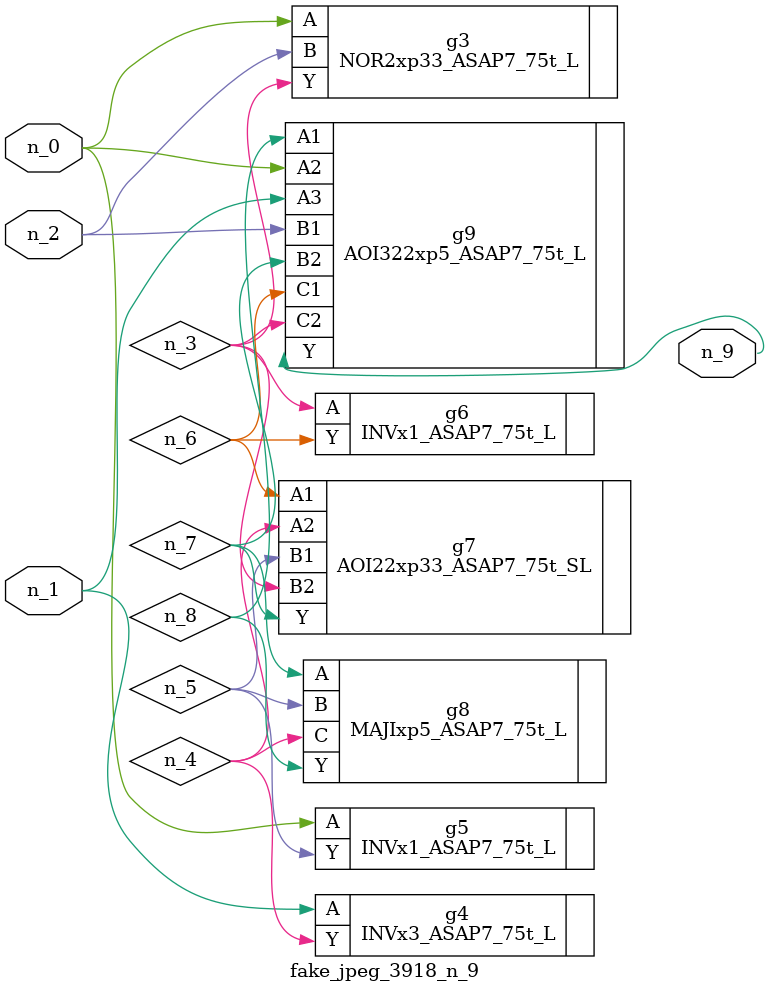
<source format=v>
module fake_jpeg_3918_n_9 (n_0, n_2, n_1, n_9);

input n_0;
input n_2;
input n_1;

output n_9;

wire n_3;
wire n_4;
wire n_8;
wire n_6;
wire n_5;
wire n_7;

NOR2xp33_ASAP7_75t_L g3 ( 
.A(n_0),
.B(n_2),
.Y(n_3)
);

INVx3_ASAP7_75t_L g4 ( 
.A(n_1),
.Y(n_4)
);

INVx1_ASAP7_75t_L g5 ( 
.A(n_0),
.Y(n_5)
);

INVx1_ASAP7_75t_L g6 ( 
.A(n_3),
.Y(n_6)
);

AOI22xp33_ASAP7_75t_SL g7 ( 
.A1(n_6),
.A2(n_4),
.B1(n_5),
.B2(n_3),
.Y(n_7)
);

MAJIxp5_ASAP7_75t_L g8 ( 
.A(n_7),
.B(n_5),
.C(n_4),
.Y(n_8)
);

AOI322xp5_ASAP7_75t_L g9 ( 
.A1(n_8),
.A2(n_0),
.A3(n_1),
.B1(n_2),
.B2(n_7),
.C1(n_6),
.C2(n_3),
.Y(n_9)
);


endmodule
</source>
